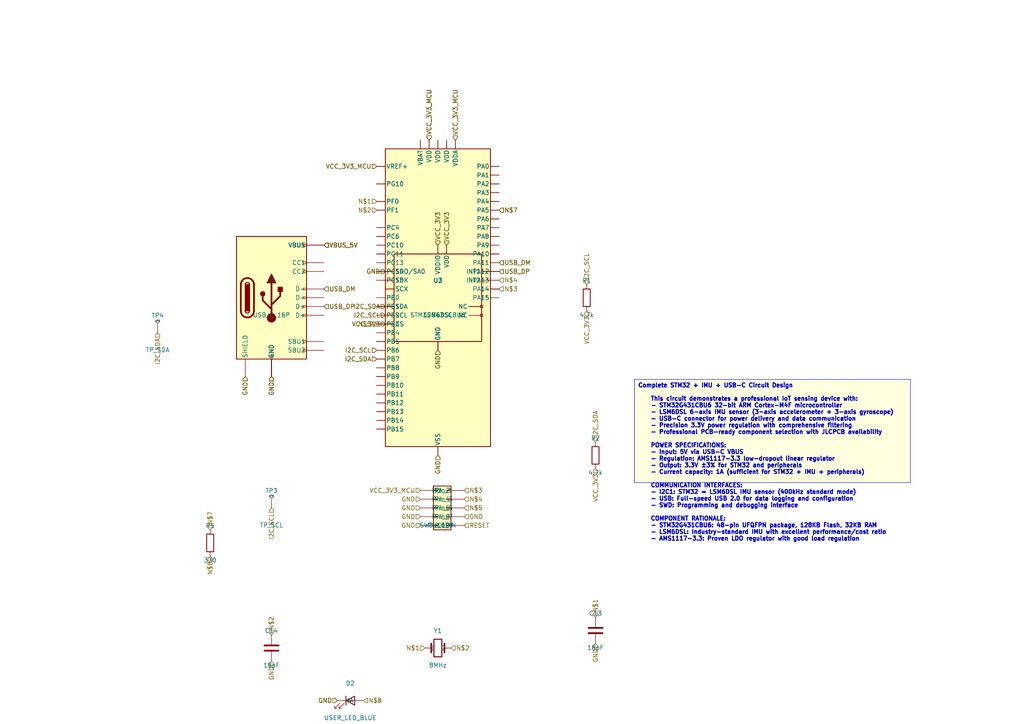
<source format=kicad_sch>
(kicad_sch (version 20250114) (generator "kicad_api") (generator_version 9.0)
  (paper A0)
  (paper A4)
  (lib_symbols
    (symbol "Connector:TestPoint" (pin_numbers hide) (pin_names (offset 0.254))
      (property "Reference" "TP" (at 0.0 0.0 0))
      (property "Value" "TestPoint" (at 0.0 0.0 0))
      (symbol "TestPoint_0_1"
        (circle (center 0.0 3.302) (radius 0.4572) (stroke (width 0.0)))
      )
      (symbol "TestPoint_1_1"
        (pin passive line (at 0.0 0.0 90) (length 2.54) (name "1") (number "1"))
      )
    )
    (symbol "Connector:USB_C_Receptacle_USB2.0_16P" (pin_numbers hide) (pin_names (offset 0.254))
      (property "Reference" "J" (at 0.0 0.0 0))
      (property "Value" "USB_C_Receptacle_USB2.0_16P" (at 0.0 0.0 0))
      (symbol "USB_C_Receptacle_USB2.0_16P_0_1"
        (rectangle (start -0.254 -17.78) (end 0.254 -16.764) (stroke (width 0.0)))
        (rectangle (start 10.16 15.494) (end 9.144 14.986) (stroke (width 0.0)))
        (rectangle (start 10.16 10.414) (end 9.144 9.906) (stroke (width 0.0)))
        (rectangle (start 10.16 7.874) (end 9.144 7.366) (stroke (width 0.0)))
        (rectangle (start 10.16 2.794) (end 9.144 2.286) (stroke (width 0.0)))
        (rectangle (start 10.16 0.254) (end 9.144 -0.254) (stroke (width 0.0)))
        (rectangle (start 10.16 -2.286) (end 9.144 -2.794) (stroke (width 0.0)))
        (rectangle (start 10.16 -4.826) (end 9.144 -5.334) (stroke (width 0.0)))
        (rectangle (start 10.16 -12.446) (end 9.144 -12.954) (stroke (width 0.0)))
        (rectangle (start 10.16 -14.986) (end 9.144 -15.494) (stroke (width 0.0)))
        (rectangle (start -10.16 17.78) (end 10.16 -17.78) (stroke (width 0.254)) (fill (type background)))
        (polyline (pts (xy -8.89 -3.81) (xy -8.89 3.81)) (stroke (width 0.508)))
        (rectangle (start -7.62 -3.81) (end -6.35 3.81) (stroke (width 0.254)) (fill (type outline)))
        (arc (start -7.62 3.81) (mid -6.985 4.4423) (end -6.35 3.81) (stroke (width 0.254)))
        (arc (start -7.62 3.81) (mid -6.985 4.4423) (end -6.35 3.81) (stroke (width 0.254)))
        (arc (start -8.89 3.81) (mid -6.985 5.7067) (end -5.08 3.81) (stroke (width 0.508)))
        (arc (start -5.08 -3.81) (mid -6.985 -5.7067) (end -8.89 -3.81) (stroke (width 0.508)))
        (arc (start -6.35 -3.81) (mid -6.985 -4.4423) (end -7.62 -3.81) (stroke (width 0.254)))
        (arc (start -6.35 -3.81) (mid -6.985 -4.4423) (end -7.62 -3.81) (stroke (width 0.254)))
        (polyline (pts (xy -5.08 3.81) (xy -5.08 -3.81)) (stroke (width 0.508)))
        (circle (center -2.54 1.143) (radius 0.635) (stroke (width 0.254)) (fill (type outline)))
        (polyline (pts (xy -1.27 4.318) (xy 0.0 6.858) (xy 1.27 4.318) (xy -1.27 4.318)) (stroke (width 0.254)) (fill (type outline)))
        (polyline (pts (xy 0.0 -2.032) (xy 2.54 0.508) (xy 2.54 1.778)) (stroke (width 0.508)))
        (polyline (pts (xy 0.0 -3.302) (xy -2.54 -0.762) (xy -2.54 0.508)) (stroke (width 0.508)))
        (polyline (pts (xy 0.0 -5.842) (xy 0.0 4.318)) (stroke (width 0.508)))
        (circle (center 0.0 -5.842) (radius 1.27) (stroke (width 0.0)) (fill (type outline)))
        (rectangle (start 1.905 1.778) (end 3.175 3.048) (stroke (width 0.254)) (fill (type outline)))
      )
      (symbol "USB_C_Receptacle_USB2.0_16P_1_1"
        (pin passive line (at -7.62 -22.86 90) (length 5.08) (name SHIELD) (number S1))
        (pin passive line (at 0.0 -22.86 90) (length 5.08) (name GND) (number A1))
        (pin passive line (at 0.0 -22.86 90) (length 5.08) (name GND) (number A12))
        (pin passive line (at 0.0 -22.86 90) (length 5.08) (name GND) (number B1))
        (pin passive line (at 0.0 -22.86 90) (length 5.08) (name GND) (number B12))
        (pin passive line (at 15.24 15.24 180) (length 5.08) (name VBUS) (number A4))
        (pin passive line (at 15.24 15.24 180) (length 5.08) (name VBUS) (number A9))
        (pin passive line (at 15.24 15.24 180) (length 5.08) (name VBUS) (number B4))
        (pin passive line (at 15.24 15.24 180) (length 5.08) (name VBUS) (number B9))
        (pin bidirectional line (at 15.24 10.16 180) (length 5.08) (name CC1) (number A5))
        (pin bidirectional line (at 15.24 7.62 180) (length 5.08) (name CC2) (number B5))
        (pin bidirectional line (at 15.24 2.54 180) (length 5.08) (name D-) (number A7))
        (pin bidirectional line (at 15.24 0.0 180) (length 5.08) (name D-) (number B7))
        (pin bidirectional line (at 15.24 -2.54 180) (length 5.08) (name D+) (number A6))
        (pin bidirectional line (at 15.24 -5.08 180) (length 5.08) (name D+) (number B6))
        (pin bidirectional line (at 15.24 -12.7 180) (length 5.08) (name SBU1) (number A8))
        (pin bidirectional line (at 15.24 -15.24 180) (length 5.08) (name SBU2) (number B8))
      )
    )
    (symbol "Connector_Generic:Conn_02x05_Odd_Even" (pin_numbers hide) (pin_names (offset 0.254))
      (property "Reference" "J" (at 0.0 0.0 0))
      (property "Value" "Conn_02x05_Odd_Even" (at 0.0 0.0 0))
      (symbol "Conn_02x05_Odd_Even_0_1"
        (rectangle (start -1.27 6.35) (end 3.81 -6.35) (stroke (width 0.254)) (fill (type background)))
        (rectangle (start -1.27 5.207) (end 0.0 4.953) (stroke (width 0.1524)))
        (rectangle (start -1.27 2.667) (end 0.0 2.413) (stroke (width 0.1524)))
        (rectangle (start -1.27 0.127) (end 0.0 -0.127) (stroke (width 0.1524)))
        (rectangle (start -1.27 -2.413) (end 0.0 -2.667) (stroke (width 0.1524)))
        (rectangle (start -1.27 -4.953) (end 0.0 -5.207) (stroke (width 0.1524)))
        (rectangle (start 3.81 5.207) (end 2.54 4.953) (stroke (width 0.1524)))
        (rectangle (start 3.81 2.667) (end 2.54 2.413) (stroke (width 0.1524)))
        (rectangle (start 3.81 0.127) (end 2.54 -0.127) (stroke (width 0.1524)))
        (rectangle (start 3.81 -2.413) (end 2.54 -2.667) (stroke (width 0.1524)))
        (rectangle (start 3.81 -4.953) (end 2.54 -5.207) (stroke (width 0.1524)))
      )
      (symbol "Conn_02x05_Odd_Even_1_1"
        (pin passive line (at -5.08 5.08 0) (length 3.81) (name Pin_1) (number "1"))
        (pin passive line (at -5.08 2.54 0) (length 3.81) (name Pin_3) (number "3"))
        (pin passive line (at -5.08 0.0 0) (length 3.81) (name Pin_5) (number "5"))
        (pin passive line (at -5.08 -2.54 0) (length 3.81) (name Pin_7) (number "7"))
        (pin passive line (at -5.08 -5.08 0) (length 3.81) (name Pin_9) (number "9"))
        (pin passive line (at 7.62 5.08 180) (length 3.81) (name Pin_2) (number "2"))
        (pin passive line (at 7.62 2.54 180) (length 3.81) (name Pin_4) (number "4"))
        (pin passive line (at 7.62 0.0 180) (length 3.81) (name Pin_6) (number "6"))
        (pin passive line (at 7.62 -2.54 180) (length 3.81) (name Pin_8) (number "8"))
        (pin passive line (at 7.62 -5.08 180) (length 3.81) (name Pin_10) (number "10"))
      )
    )
    (symbol "Device:C" (pin_numbers hide) (pin_names (offset 0.254))
      (property "Reference" "C" (at 0.0 0.0 0))
      (property "Value" "C" (at 0.0 0.0 0))
      (symbol "C_0_1"
        (polyline (pts (xy -2.032 0.762) (xy 2.032 0.762)) (stroke (width 0.508)))
        (polyline (pts (xy -2.032 -0.762) (xy 2.032 -0.762)) (stroke (width 0.508)))
      )
      (symbol "C_1_1"
        (pin passive line (at 0.0 3.81 270) (length 2.794) (name ~) (number "1"))
        (pin passive line (at 0.0 -3.81 90) (length 2.794) (name ~) (number "2"))
      )
    )
    (symbol "Device:Crystal" (pin_numbers hide) (pin_names (offset 0.254))
      (property "Reference" "Y" (at 0.0 0.0 0))
      (property "Value" "Crystal" (at 0.0 0.0 0))
      (symbol "Crystal_0_1"
        (polyline (pts (xy -2.54 0.0) (xy -1.905 0.0)) (stroke (width 0.0)))
        (polyline (pts (xy -1.905 -1.27) (xy -1.905 1.27)) (stroke (width 0.508)))
        (rectangle (start -1.143 2.54) (end 1.143 -2.54) (stroke (width 0.3048)))
        (polyline (pts (xy 1.905 -1.27) (xy 1.905 1.27)) (stroke (width 0.508)))
        (polyline (pts (xy 2.54 0.0) (xy 1.905 0.0)) (stroke (width 0.0)))
      )
      (symbol "Crystal_1_1"
        (pin passive line (at -3.81 0.0 0) (length 1.27) (name "1") (number "1"))
        (pin passive line (at 3.81 0.0 180) (length 1.27) (name "2") (number "2"))
      )
    )
    (symbol "Device:L" (pin_numbers hide) (pin_names (offset 0.254))
      (property "Reference" "L" (at 0.0 0.0 0))
      (property "Value" "L" (at 0.0 0.0 0))
      (symbol "L_0_1"
        (arc (start 0.0 2.54) (mid 0.6323 1.905) (end 0.0 1.27) (stroke (width 0.0)))
        (arc (start 0.0 1.27) (mid 0.6323 0.635) (end 0.0 0.0) (stroke (width 0.0)))
        (arc (start 0.0 0.0) (mid 0.6323 -0.635) (end 0.0 -1.27) (stroke (width 0.0)))
        (arc (start 0.0 -1.27) (mid 0.6323 -1.905) (end 0.0 -2.54) (stroke (width 0.0)))
      )
      (symbol "L_1_1"
        (pin passive line (at 0.0 3.81 270) (length 1.27) (name "1") (number "1"))
        (pin passive line (at 0.0 -3.81 90) (length 1.27) (name "2") (number "2"))
      )
    )
    (symbol "Device:LED" (pin_numbers hide) (pin_names (offset 0.254))
      (property "Reference" "D" (at 0.0 0.0 0))
      (property "Value" "LED" (at 0.0 0.0 0))
      (property "Sim.Pins" "1=K 2=A" (at 0.0 0.0 0))
      (symbol "LED_0_1"
        (polyline (pts (xy -3.048 -0.762) (xy -4.572 -2.286) (xy -3.81 -2.286) (xy -4.572 -2.286) (xy -4.572 -1.524)) (stroke (width 0.0)))
        (polyline (pts (xy -1.778 -0.762) (xy -3.302 -2.286) (xy -2.54 -2.286) (xy -3.302 -2.286) (xy -3.302 -1.524)) (stroke (width 0.0)))
        (polyline (pts (xy -1.27 0.0) (xy 1.27 0.0)) (stroke (width 0.0)))
        (polyline (pts (xy -1.27 -1.27) (xy -1.27 1.27)) (stroke (width 0.254)))
        (polyline (pts (xy 1.27 -1.27) (xy 1.27 1.27) (xy -1.27 0.0) (xy 1.27 -1.27)) (stroke (width 0.254)))
      )
      (symbol "LED_1_1"
        (pin passive line (at -3.81 0.0 0) (length 2.54) (name K) (number "1"))
        (pin passive line (at 3.81 0.0 180) (length 2.54) (name A) (number "2"))
      )
    )
    (symbol "Device:R" (pin_numbers hide) (pin_names (offset 0.254))
      (property "Reference" "R" (at 0.0 0.0 0))
      (property "Value" "R" (at 0.0 0.0 0))
      (symbol "R_0_1"
        (rectangle (start -1.016 -2.54) (end 1.016 2.54) (stroke (width 0.254)))
      )
      (symbol "R_1_1"
        (pin passive line (at 0.0 3.81 270) (length 1.27) (name ~) (number "1"))
        (pin passive line (at 0.0 -3.81 90) (length 1.27) (name ~) (number "2"))
      )
    )
    (symbol "MCU_ST_STM32G4:STM32G431CBUx" (pin_numbers hide) (pin_names (offset 0.254))
      (property "Reference" "U" (at 0.0 0.0 0))
      (property "Value" "STM32G431CBUx" (at 0.0 0.0 0))
      (symbol "STM32G431CBUx_0_1"
        (rectangle (start -15.24 -43.18) (end 15.24 43.18) (stroke (width 0.254)) (fill (type background)))
      )
      (symbol "STM32G431CBUx_1_1"
        (pin input line (at -17.78 38.1 0) (length 2.54) (name VREF+) (number "20"))
        (pin bidirectional line (at -17.78 33.02 0) (length 2.54) (name PG10) (number "7"))
        (pin bidirectional line (at -17.78 27.94 0) (length 2.54) (name PF0) (number "5"))
        (pin bidirectional line (at -17.78 25.4 0) (length 2.54) (name PF1) (number "6"))
        (pin bidirectional line (at -17.78 20.32 0) (length 2.54) (name PC4) (number "16"))
        (pin bidirectional line (at -17.78 17.78 0) (length 2.54) (name PC6) (number "29"))
        (pin bidirectional line (at -17.78 15.24 0) (length 2.54) (name PC10) (number "39"))
        (pin bidirectional line (at -17.78 12.7 0) (length 2.54) (name PC11) (number "40"))
        (pin bidirectional line (at -17.78 10.16 0) (length 2.54) (name PC13) (number "2"))
        (pin bidirectional line (at -17.78 7.62 0) (length 2.54) (name PC14) (number "3"))
        (pin bidirectional line (at -17.78 5.08 0) (length 2.54) (name PC15) (number "4"))
        (pin bidirectional line (at -17.78 0.0 0) (length 2.54) (name PB0) (number "17"))
        (pin bidirectional line (at -17.78 -2.54 0) (length 2.54) (name PB1) (number "18"))
        (pin bidirectional line (at -17.78 -5.08 0) (length 2.54) (name PB2) (number "19"))
        (pin bidirectional line (at -17.78 -7.62 0) (length 2.54) (name PB3) (number "41"))
        (pin bidirectional line (at -17.78 -10.16 0) (length 2.54) (name PB4) (number "42"))
        (pin bidirectional line (at -17.78 -12.7 0) (length 2.54) (name PB5) (number "43"))
        (pin bidirectional line (at -17.78 -15.24 0) (length 2.54) (name PB6) (number "44"))
        (pin bidirectional line (at -17.78 -17.78 0) (length 2.54) (name PB7) (number "45"))
        (pin bidirectional line (at -17.78 -20.32 0) (length 2.54) (name PB8) (number "46"))
        (pin bidirectional line (at -17.78 -22.86 0) (length 2.54) (name PB9) (number "47"))
        (pin bidirectional line (at -17.78 -25.4 0) (length 2.54) (name PB10) (number "22"))
        (pin bidirectional line (at -17.78 -27.94 0) (length 2.54) (name PB11) (number "24"))
        (pin bidirectional line (at -17.78 -30.48 0) (length 2.54) (name PB12) (number "25"))
        (pin bidirectional line (at -17.78 -33.02 0) (length 2.54) (name PB13) (number "26"))
        (pin bidirectional line (at -17.78 -35.56 0) (length 2.54) (name PB14) (number "27"))
        (pin bidirectional line (at -17.78 -38.1 0) (length 2.54) (name PB15) (number "28"))
        (pin power_in line (at -5.08 45.72 270) (length 2.54) (name VBAT) (number "1"))
        (pin power_in line (at -2.54 45.72 270) (length 2.54) (name VDD) (number "23"))
        (pin power_in line (at 0.0 45.72 270) (length 2.54) (name VDD) (number "35"))
        (pin power_in line (at 0.0 -45.72 90) (length 2.54) (name VSS) (number "49"))
        (pin power_in line (at 2.54 45.72 270) (length 2.54) (name VDD) (number "48"))
        (pin power_in line (at 5.08 45.72 270) (length 2.54) (name VDDA) (number "21"))
        (pin bidirectional line (at 17.78 38.1 180) (length 2.54) (name PA0) (number "8"))
        (pin bidirectional line (at 17.78 35.56 180) (length 2.54) (name PA1) (number "9"))
        (pin bidirectional line (at 17.78 33.02 180) (length 2.54) (name PA2) (number "10"))
        (pin bidirectional line (at 17.78 30.48 180) (length 2.54) (name PA3) (number "11"))
        (pin bidirectional line (at 17.78 27.94 180) (length 2.54) (name PA4) (number "12"))
        (pin bidirectional line (at 17.78 25.4 180) (length 2.54) (name PA5) (number "13"))
        (pin bidirectional line (at 17.78 22.86 180) (length 2.54) (name PA6) (number "14"))
        (pin bidirectional line (at 17.78 20.32 180) (length 2.54) (name PA7) (number "15"))
        (pin bidirectional line (at 17.78 17.78 180) (length 2.54) (name PA8) (number "30"))
        (pin bidirectional line (at 17.78 15.24 180) (length 2.54) (name PA9) (number "31"))
        (pin bidirectional line (at 17.78 12.7 180) (length 2.54) (name PA10) (number "32"))
        (pin bidirectional line (at 17.78 10.16 180) (length 2.54) (name PA11) (number "33"))
        (pin bidirectional line (at 17.78 7.62 180) (length 2.54) (name PA12) (number "34"))
        (pin bidirectional line (at 17.78 5.08 180) (length 2.54) (name PA13) (number "36"))
        (pin bidirectional line (at 17.78 2.54 180) (length 2.54) (name PA14) (number "37"))
        (pin bidirectional line (at 17.78 0.0 180) (length 2.54) (name PA15) (number "38"))
      )
    )
    (symbol "Regulator_Linear:AMS1117-3.3" (pin_numbers hide) (pin_names (offset 0.254))
      (property "Reference" "U" (at 0.0 0.0 0))
      (property "Value" "AMS1117-3.3" (at 0.0 0.0 0))
      (symbol "AMS1117-3.3_0_1"
        (rectangle (start -5.08 -5.08) (end 5.08 1.905) (stroke (width 0.254)) (fill (type background)))
      )
      (symbol "AMS1117-3.3_1_1"
        (pin power_in line (at -7.62 0.0 0) (length 2.54) (name VI) (number "3"))
        (pin power_in line (at 0.0 -7.62 90) (length 2.54) (name GND) (number "1"))
        (pin power_out line (at 7.62 0.0 180) (length 2.54) (name VO) (number "2"))
      )
    )
    (symbol "Sensor_Motion:LSM6DSL" (pin_numbers hide) (pin_names (offset 0.254))
      (property "Reference" "U" (at 0.0 0.0 0))
      (property "Value" "LSM6DSL" (at 0.0 0.0 0))
      (symbol "LSM6DSL_0_1"
        (rectangle (start -12.7 12.7) (end 12.7 -12.7) (stroke (width 0.254)) (fill (type background)))
      )
      (symbol "LSM6DSL_1_1"
        (pin bidirectional line (at -15.24 7.62 0) (length 2.54) (name "SDO/SA0") (number "1"))
        (pin bidirectional line (at -15.24 5.08 0) (length 2.54) (name SDX) (number "2"))
        (pin input line (at -15.24 2.54 0) (length 2.54) (name SCX) (number "3"))
        (pin bidirectional line (at -15.24 -2.54 0) (length 2.54) (name SDA) (number "14"))
        (pin input line (at -15.24 -5.08 0) (length 2.54) (name SCL) (number "13"))
        (pin input line (at -15.24 -7.62 0) (length 2.54) (name CS) (number "12"))
        (pin power_in line (at 0.0 15.24 270) (length 2.54) (name VDDIO) (number "5"))
        (pin power_in line (at 0.0 -15.24 90) (length 2.54) (name GND) (number "6"))
        (pin passive line (at 0.0 -15.24 90) (length 2.54) (name GND) (number "7"))
        (pin power_in line (at 2.54 15.24 270) (length 2.54) (name VDD) (number "8"))
        (pin no_connect line (at 12.7 -2.54 180) (length 3.81) (name NC) (number "11"))
        (pin no_connect line (at 12.7 -5.08 180) (length 3.81) (name NC) (number "10"))
        (pin output line (at 15.24 7.62 180) (length 2.54) (name INT1) (number "4"))
        (pin output line (at 15.24 5.08 180) (length 2.54) (name INT2) (number "9"))
      )
    )
    (symbol "Switch:SW_Push" (pin_numbers hide) (pin_names (offset 0.254))
      (property "Reference" "SW" (at 0.0 0.0 0))
      (property "Value" "SW_Push" (at 0.0 0.0 0))
      (symbol "SW_Push_0_1"
        (circle (center -2.032 0.0) (radius 0.508) (stroke (width 0.0)))
        (polyline (pts (xy 0.0 1.27) (xy 0.0 3.048)) (stroke (width 0.0)))
        (circle (center 2.032 0.0) (radius 0.508) (stroke (width 0.0)))
        (polyline (pts (xy 2.54 1.27) (xy -2.54 1.27)) (stroke (width 0.0)))
      )
      (symbol "SW_Push_1_1"
        (pin passive line (at -5.08 0.0 0) (length 2.54) (name "1") (number "1"))
        (pin passive line (at 5.08 0.0 180) (length 2.54) (name "2") (number "2"))
      )
    )
  )
  (title_block (title STM32_IMU_USBC_Demo) (date 2025-07-29) (company Circuit-Synth))
  (symbol (lib_id Connector:USB_C_Receptacle_USB2.0_16P) (at 78.74 86.36 0)
    (property "Reference" "J1" (at 78.74 81.36 0))
    (property "Value" "USB_C_16P" (at 78.74 91.36 0))
    (property "Footprint" "Connector_USB:USB_C_Receptacle_HRO_TYPE-C-31-M-12" (effects (hide yes)))
    (instances (project "circuit" (path "" (reference J1) (unit 1))) (project "STM32_IMU_USBC_Demo" (path "" (reference J1) (unit 1))))
  )
  (symbol (lib_id Regulator_Linear:AMS1117-3.3) (at 157.48 1325.88 0)
    (property "Reference" "U1" (at 157.48 1320.88 0))
    (property "Value" "AMS1117-3.3" (at 157.48 1330.88 0))
    (property "Footprint" "Package_TO_SOT_SMD:SOT-223-3_TabPin2" (effects (hide yes)))
    (instances (project "circuit" (path "" (reference U1) (unit 1))) (project "STM32_IMU_USBC_Demo" (path "" (reference U1) (unit 1))))
  )
  (symbol (lib_id Device:C) (at 66.04 345.44 0)
    (property "Reference" "C1" (at 66.04 340.44 0))
    (property "Value" "47uF" (at 66.04 350.44 0))
    (property "Footprint" "Capacitor_Tantalum_SMD:CP_EIA-3528-21_Kemet-B" (effects (hide yes)))
    (instances (project "circuit" (path "" (reference C1) (unit 1))) (project "STM32_IMU_USBC_Demo" (path "" (reference C1) (unit 1))))
  )
  (symbol (lib_id Device:C) (at 170.18 838.2 0)
    (property "Reference" "C2" (at 170.18 833.2 0))
    (property "Value" "100nF" (at 170.18 843.2 0))
    (property "Footprint" "Capacitor_SMD:C_0603_1608Metric" (effects (hide yes)))
    (instances (project "circuit" (path "" (reference C2) (unit 1))) (project "STM32_IMU_USBC_Demo" (path "" (reference C2) (unit 1))))
  )
  (symbol (lib_id Device:C) (at 127.0 939.8000000000001 0)
    (property "Reference" "C3" (at 127.0 934.8000000000001 0))
    (property "Value" "47uF" (at 127.0 944.8000000000001 0))
    (property "Footprint" "Capacitor_Tantalum_SMD:CP_EIA-3528-21_Kemet-B" (effects (hide yes)))
    (instances (project "circuit" (path "" (reference C3) (unit 1))) (project "STM32_IMU_USBC_Demo" (path "" (reference C3) (unit 1))))
  )
  (symbol (lib_id Device:C) (at 86.36 1041.4 0)
    (property "Reference" "C4" (at 86.36 1036.4 0))
    (property "Value" "100nF" (at 86.36 1046.4 0))
    (property "Footprint" "Capacitor_SMD:C_0603_1608Metric" (effects (hide yes)))
    (instances (project "circuit" (path "" (reference C4) (unit 1))) (project "STM32_IMU_USBC_Demo" (path "" (reference C4) (unit 1))))
  )
  (symbol (lib_id Device:L) (at 86.36 1325.88 0)
    (property "Reference" "L1" (at 86.36 1320.88 0))
    (property "Value" "1uH" (at 86.36 1330.88 0))
    (property "Footprint" "Inductor_SMD:L_0603_1608Metric" (effects (hide yes)))
    (instances (project "circuit" (path "" (reference L1) (unit 1))) (project "STM32_IMU_USBC_Demo" (path "" (reference L1) (unit 1))))
  )
  (symbol (lib_id Device:C) (at 45.72 1143.0 0)
    (property "Reference" "C5" (at 45.72 1138.0 0))
    (property "Value" "10uF" (at 45.72 1148.0 0))
    (property "Footprint" "Capacitor_SMD:C_0805_2012Metric" (effects (hide yes)))
    (instances (project "circuit" (path "" (reference C5) (unit 1))) (project "STM32_IMU_USBC_Demo" (path "" (reference C5) (unit 1))))
  )
  (symbol (lib_id MCU_ST_STM32G4:STM32G431CBUx) (at 127.0 86.36 0)
    (property "Reference" "U2" (at 127.0 81.36 0))
    (property "Value" "STM32G431CBU6" (at 127.0 91.36 0))
    (property "Footprint" "Package_DFN_QFN:QFN-48-1EP_7x7mm_P0.5mm_EP5.6x5.6mm" (effects (hide yes)))
    (instances (project "circuit" (path "" (reference U2) (unit 1))) (project "STM32_IMU_USBC_Demo" (path "" (reference U2) (unit 1))))
  )
  (symbol (lib_id Device:C) (at 157.48 1234.44 0)
    (property "Reference" "C6" (at 157.48 1229.44 0))
    (property "Value" "100nF" (at 157.48 1239.44 0))
    (property "Footprint" "Capacitor_SMD:C_0402_1005Metric" (effects (hide yes)))
    (instances (project "circuit" (path "" (reference C6) (unit 1))) (project "STM32_IMU_USBC_Demo" (path "" (reference C6) (unit 1))))
  )
  (symbol (lib_id Device:C) (at 25.4 1325.88 0)
    (property "Reference" "C7" (at 25.4 1320.88 0))
    (property "Value" "100nF" (at 25.4 1330.88 0))
    (property "Footprint" "Capacitor_SMD:C_0402_1005Metric" (effects (hide yes)))
    (instances (project "circuit" (path "" (reference C7) (unit 1))) (project "STM32_IMU_USBC_Demo" (path "" (reference C7) (unit 1))))
  )
  (symbol (lib_id Device:C) (at 45.72 1325.88 0)
    (property "Reference" "C8" (at 45.72 1320.88 0))
    (property "Value" "100nF" (at 45.72 1330.88 0))
    (property "Footprint" "Capacitor_SMD:C_0402_1005Metric" (effects (hide yes)))
    (instances (project "circuit" (path "" (reference C8) (unit 1))) (project "STM32_IMU_USBC_Demo" (path "" (reference C8) (unit 1))))
  )
  (symbol (lib_id Device:C) (at 66.04 1325.88 0)
    (property "Reference" "C9" (at 66.04 1320.88 0))
    (property "Value" "100nF" (at 66.04 1330.88 0))
    (property "Footprint" "Capacitor_SMD:C_0402_1005Metric" (effects (hide yes)))
    (instances (project "circuit" (path "" (reference C9) (unit 1))) (project "STM32_IMU_USBC_Demo" (path "" (reference C9) (unit 1))))
  )
  (symbol (lib_id Device:C) (at 25.4 447.04 0)
    (property "Reference" "C10" (at 25.4 442.04 0))
    (property "Value" "100nF" (at 25.4 452.04 0))
    (property "Footprint" "Capacitor_SMD:C_0402_1005Metric" (effects (hide yes)))
    (instances (project "circuit" (path "" (reference C10) (unit 1))) (project "STM32_IMU_USBC_Demo" (path "" (reference C10) (unit 1))))
  )
  (symbol (lib_id Device:C) (at 137.16 538.48 0)
    (property "Reference" "C11" (at 137.16 533.48 0))
    (property "Value" "100nF" (at 137.16 543.48 0))
    (property "Footprint" "Capacitor_SMD:C_0402_1005Metric" (effects (hide yes)))
    (instances (project "circuit" (path "" (reference C11) (unit 1))) (project "STM32_IMU_USBC_Demo" (path "" (reference C11) (unit 1))))
  )
  (symbol (lib_id Device:C) (at 96.52 645.16 0)
    (property "Reference" "C12" (at 96.52 640.16 0))
    (property "Value" "10uF" (at 96.52 650.16 0))
    (property "Footprint" "Capacitor_SMD:C_0805_2012Metric" (effects (hide yes)))
    (instances (project "circuit" (path "" (reference C12) (unit 1))) (project "STM32_IMU_USBC_Demo" (path "" (reference C12) (unit 1))))
  )
  (symbol (lib_id Device:Crystal) (at 127.0 187.96 0)
    (property "Reference" "Y1" (at 127.0 182.96 0))
    (property "Value" "8MHz" (at 127.0 192.96 0))
    (property "Footprint" "Crystal:Crystal_SMD_3225-4Pin_3.2x2.5mm" (effects (hide yes)))
    (instances (project "circuit" (path "" (reference Y1) (unit 1))) (project "STM32_IMU_USBC_Demo" (path "" (reference Y1) (unit 1))))
  )
  (symbol (lib_id Device:C) (at 172.72 182.88 0)
    (property "Reference" "C13" (at 172.72 177.88 0))
    (property "Value" "18pF" (at 172.72 187.88 0))
    (property "Footprint" "Capacitor_SMD:C_0402_1005Metric" (effects (hide yes)))
    (instances (project "circuit" (path "" (reference C13) (unit 1))) (project "STM32_IMU_USBC_Demo" (path "" (reference C13) (unit 1))))
  )
  (symbol (lib_id Device:C) (at 78.74 187.96 0)
    (property "Reference" "C14" (at 78.74 182.96 0))
    (property "Value" "18pF" (at 78.74 192.96 0))
    (property "Footprint" "Capacitor_SMD:C_0402_1005Metric" (effects (hide yes)))
    (instances (project "circuit" (path "" (reference C14) (unit 1))) (project "STM32_IMU_USBC_Demo" (path "" (reference C14) (unit 1))))
  )
  (symbol (lib_id Sensor_Motion:LSM6DSL) (at 127.0 86.36 0)
    (property "Reference" "U3" (at 127.0 81.36 0))
    (property "Value" "LSM6DSL" (at 127.0 91.36 0))
    (property "Footprint" "Package_LGA:LGA-14_3x2.5mm_P0.5mm_LayoutBorder3x4y" (effects (hide yes)))
    (instances (project "circuit" (path "" (reference U3) (unit 1))) (project "STM32_IMU_USBC_Demo" (path "" (reference U3) (unit 1))))
  )
  (symbol (lib_id Device:R) (at 170.18 86.36 0)
    (property "Reference" "R1" (at 170.18 81.36 0))
    (property "Value" "4.7k" (at 170.18 91.36 0))
    (property "Footprint" "Resistor_SMD:R_0402_1005Metric" (effects (hide yes)))
    (instances (project "circuit" (path "" (reference R1) (unit 1))) (project "STM32_IMU_USBC_Demo" (path "" (reference R1) (unit 1))))
  )
  (symbol (lib_id Device:R) (at 172.72 132.08 0)
    (property "Reference" "R2" (at 172.72 127.08000000000001 0))
    (property "Value" "4.7k" (at 172.72 137.08 0))
    (property "Footprint" "Resistor_SMD:R_0402_1005Metric" (effects (hide yes)))
    (instances (project "circuit" (path "" (reference R2) (unit 1))) (project "STM32_IMU_USBC_Demo" (path "" (reference R2) (unit 1))))
  )
  (symbol (lib_id Device:C) (at 58.42 746.76 0)
    (property "Reference" "C15" (at 58.42 741.76 0))
    (property "Value" "100nF" (at 58.42 751.76 0))
    (property "Footprint" "Capacitor_SMD:C_0402_1005Metric" (effects (hide yes)))
    (instances (project "circuit" (path "" (reference C15) (unit 1))) (project "STM32_IMU_USBC_Demo" (path "" (reference C15) (unit 1))))
  )
  (symbol (lib_id Switch:SW_Push) (at 162.56 223.52 0)
    (property "Reference" "SW1" (at 162.56 218.52 0))
    (property "Value" "RESET" (at 162.56 228.52 0))
    (property "Footprint" "Button_Switch_SMD:SW_SPST_CK_RS282G05A3" (effects (hide yes)))
    (instances (project "circuit" (path "" (reference SW1) (unit 1))) (project "STM32_IMU_USBC_Demo" (path "" (reference SW1) (unit 1))))
  )
  (symbol (lib_id Device:R) (at 127.0 228.6 0)
    (property "Reference" "R3" (at 127.0 223.6 0))
    (property "Value" "10k" (at 127.0 233.6 0))
    (property "Footprint" "Resistor_SMD:R_0402_1005Metric" (effects (hide yes)))
    (instances (project "circuit" (path "" (reference R3) (unit 1))) (project "STM32_IMU_USBC_Demo" (path "" (reference R3) (unit 1))))
  )
  (symbol (lib_id Connector_Generic:Conn_02x05_Odd_Even) (at 127.0 147.32 0)
    (property "Reference" "J2" (at 127.0 142.32 0))
    (property "Value" "SWD_10PIN" (at 127.0 152.32 0))
    (property "Footprint" "Connector_PinHeader_1.27mm:PinHeader_2x05_P1.27mm_Vertical_SMD" (effects (hide yes)))
    (instances (project "circuit" (path "" (reference J2) (unit 1))) (project "STM32_IMU_USBC_Demo" (path "" (reference J2) (unit 1))))
  )
  (symbol (lib_id Device:LED) (at 58.42 215.9 0)
    (property "Reference" "D1" (at 58.42 210.9 0))
    (property "Value" "PWR_LED_GREEN" (at 58.42 220.9 0))
    (property "Footprint" "LED_SMD:LED_0603_1608Metric" (effects (hide yes)))
    (instances (project "circuit" (path "" (reference D1) (unit 1))) (project "STM32_IMU_USBC_Demo" (path "" (reference D1) (unit 1))))
  )
  (symbol (lib_id Device:R) (at 78.74 238.76 0)
    (property "Reference" "R4" (at 78.74 233.76 0))
    (property "Value" "1k" (at 78.74 243.76 0))
    (property "Footprint" "Resistor_SMD:R_0402_1005Metric" (effects (hide yes)))
    (instances (project "circuit" (path "" (reference R4) (unit 1))) (project "STM32_IMU_USBC_Demo" (path "" (reference R4) (unit 1))))
  )
  (symbol (lib_id Device:LED) (at 101.6 203.2 0)
    (property "Reference" "D2" (at 101.6 198.2 0))
    (property "Value" "USER_LED_BLUE" (at 101.6 208.2 0))
    (property "Footprint" "LED_SMD:LED_0603_1608Metric" (effects (hide yes)))
    (instances (project "circuit" (path "" (reference D2) (unit 1))) (project "STM32_IMU_USBC_Demo" (path "" (reference D2) (unit 1))))
  )
  (symbol (lib_id Device:R) (at 60.96 157.48 0)
    (property "Reference" "R5" (at 60.96 152.48 0))
    (property "Value" "330" (at 60.96 162.48 0))
    (property "Footprint" "Resistor_SMD:R_0402_1005Metric" (effects (hide yes)))
    (instances (project "circuit" (path "" (reference R5) (unit 1))) (project "STM32_IMU_USBC_Demo" (path "" (reference R5) (unit 1))))
  )
  (symbol (lib_id Connector:TestPoint) (at 106.68 1325.88 0)
    (property "Reference" "TP1" (at 106.68 1320.88 0))
    (property "Value" "TP_3V3" (at 106.68 1330.88 0))
    (property "Footprint" "TestPoint:TestPoint_Pad_D1.0mm" (effects (hide yes)))
    (instances (project "circuit" (path "" (reference TP1) (unit 1))) (project "STM32_IMU_USBC_Demo" (path "" (reference TP1) (unit 1))))
  )
  (symbol (lib_id Connector:TestPoint) (at 127.0 1325.88 0)
    (property "Reference" "TP2" (at 127.0 1320.88 0))
    (property "Value" "TP_GND" (at 127.0 1330.88 0))
    (property "Footprint" "TestPoint:TestPoint_Pad_D1.0mm" (effects (hide yes)))
    (instances (project "circuit" (path "" (reference TP2) (unit 1))) (project "STM32_IMU_USBC_Demo" (path "" (reference TP2) (unit 1))))
  )
  (symbol (lib_id Connector:TestPoint) (at 78.74 147.32 0)
    (property "Reference" "TP3" (at 78.74 142.32 0))
    (property "Value" "TP_SCL" (at 78.74 152.32 0))
    (property "Footprint" "TestPoint:TestPoint_Pad_D1.0mm" (effects (hide yes)))
    (instances (project "circuit" (path "" (reference TP3) (unit 1))) (project "STM32_IMU_USBC_Demo" (path "" (reference TP3) (unit 1))))
  )
  (symbol (lib_id Connector:TestPoint) (at 45.72 96.52 0)
    (property "Reference" "TP4" (at 45.72 91.52 0))
    (property "Value" "TP_SDA" (at 45.72 101.52 0))
    (property "Footprint" "TestPoint:TestPoint_Pad_D1.0mm" (effects (hide yes)))
    (instances (project "circuit" (path "" (reference TP4) (unit 1))) (project "STM32_IMU_USBC_Demo" (path "" (reference TP4) (unit 1))))
  )
  (hierarchical_label GND (shape input) (at 71.11999999999999 109.22 270))
  (hierarchical_label GND (shape input) (at 78.74 109.22 270))
  (hierarchical_label GND (shape input) (at 78.74 109.22 270))
  (hierarchical_label GND (shape input) (at 78.74 109.22 270))
  (hierarchical_label GND (shape input) (at 78.74 109.22 270))
  (hierarchical_label GND (shape input) (at 71.11999999999999 109.22 270))
  (hierarchical_label GND (shape input) (at 157.48 1333.5 270))
  (hierarchical_label GND (shape input) (at 157.48 1333.5 270))
  (hierarchical_label GND (shape input) (at 66.04 349.25 270))
  (hierarchical_label GND (shape input) (at 170.18 842.01 270))
  (hierarchical_label GND (shape input) (at 127.0 943.61 270))
  (hierarchical_label GND (shape input) (at 86.36 1045.21 270))
  (hierarchical_label GND (shape input) (at 45.72 1146.81 270))
  (hierarchical_label GND (shape input) (at 127.0 132.07999999999998 270))
  (hierarchical_label GND (shape input) (at 127.0 132.07999999999998 270))
  (hierarchical_label GND (shape input) (at 157.48 1238.25 270))
  (hierarchical_label GND (shape input) (at 25.4 1329.69 270))
  (hierarchical_label GND (shape input) (at 45.72 1329.69 270))
  (hierarchical_label GND (shape input) (at 66.04 1329.69 270))
  (hierarchical_label GND (shape input) (at 25.4 450.85 270))
  (hierarchical_label GND (shape input) (at 137.16 542.29 270))
  (hierarchical_label GND (shape input) (at 96.52 648.9699999999999 270))
  (hierarchical_label GND (shape input) (at 172.72 186.69 270))
  (hierarchical_label GND (shape input) (at 78.74 191.77 270))
  (hierarchical_label GND (shape input) (at 111.76 78.74 180))
  (hierarchical_label GND (shape input) (at 127.0 101.6 270))
  (hierarchical_label GND (shape input) (at 127.0 101.6 270))
  (hierarchical_label GND (shape input) (at 111.76 78.74 180))
  (hierarchical_label GND (shape input) (at 58.42 750.5699999999999 270))
  (hierarchical_label GND (shape input) (at 167.64000000000001 223.52 0))
  (hierarchical_label GND (shape input) (at 121.92 144.78 180))
  (hierarchical_label GND (shape input) (at 121.92 147.32 180))
  (hierarchical_label GND (shape input) (at 121.92 149.85999999999999 180))
  (hierarchical_label GND (shape input) (at 121.92 152.4 180))
  (hierarchical_label GND (shape input) (at 134.62 149.85999999999999 0))
  (hierarchical_label GND (shape input) (at 78.74 242.57 270))
  (hierarchical_label GND (shape input) (at 97.78999999999999 203.2 180))
  (hierarchical_label GND (shape input) (at 97.78999999999999 203.2 180))
  (hierarchical_label GND (shape input) (at 127.0 1325.88 270))
  (hierarchical_label VBUS_5V (shape input) (at 93.97999999999999 71.12 0))
  (hierarchical_label VBUS_5V (shape input) (at 93.97999999999999 71.12 0))
  (hierarchical_label VBUS_5V (shape input) (at 93.97999999999999 71.12 0))
  (hierarchical_label VBUS_5V (shape input) (at 93.97999999999999 71.12 0))
  (hierarchical_label VBUS_5V (shape input) (at 149.85999999999999 1325.88 180))
  (hierarchical_label VBUS_5V (shape input) (at 149.85999999999999 1325.88 180))
  (hierarchical_label VBUS_5V (shape input) (at 66.04 341.63 90))
  (hierarchical_label VBUS_5V (shape input) (at 170.18 834.3900000000001 90))
  (hierarchical_label USB_DM (shape input) (at 93.97999999999999 83.82 0))
  (hierarchical_label USB_DM (shape input) (at 93.97999999999999 83.82 0))
  (hierarchical_label USB_DM (shape input) (at 144.78 76.2 0))
  (hierarchical_label USB_DM (shape input) (at 144.78 76.2 0))
  (hierarchical_label USB_DP (shape input) (at 93.97999999999999 88.9 0))
  (hierarchical_label USB_DP (shape input) (at 93.97999999999999 88.9 0))
  (hierarchical_label USB_DP (shape input) (at 144.78 78.74 0))
  (hierarchical_label USB_DP (shape input) (at 144.78 78.74 0))
  (hierarchical_label VCC_3V3 (shape input) (at 165.1 1325.88 0))
  (hierarchical_label VCC_3V3 (shape input) (at 165.1 1325.88 0))
  (hierarchical_label VCC_3V3 (shape input) (at 127.0 935.9900000000001 90))
  (hierarchical_label VCC_3V3 (shape input) (at 86.36 1037.5900000000001 90))
  (hierarchical_label VCC_3V3 (shape input) (at 86.36 1322.0700000000002 90))
  (hierarchical_label VCC_3V3 (shape input) (at 111.76 93.98 180))
  (hierarchical_label VCC_3V3 (shape input) (at 127.0 71.12 90))
  (hierarchical_label VCC_3V3 (shape input) (at 129.54 71.12 90))
  (hierarchical_label VCC_3V3 (shape input) (at 129.54 71.12 90))
  (hierarchical_label VCC_3V3 (shape input) (at 127.0 71.12 90))
  (hierarchical_label VCC_3V3 (shape input) (at 111.76 93.98 180))
  (hierarchical_label VCC_3V3 (shape input) (at 170.18 90.17 270))
  (hierarchical_label VCC_3V3 (shape input) (at 172.72 135.89000000000001 270))
  (hierarchical_label VCC_3V3 (shape input) (at 58.42 742.95 90))
  (hierarchical_label VCC_3V3 (shape input) (at 62.230000000000004 215.9 0))
  (hierarchical_label VCC_3V3 (shape input) (at 62.230000000000004 215.9 0))
  (hierarchical_label VCC_3V3 (shape input) (at 106.68 1325.88 270))
  (hierarchical_label VCC_3V3_MCU (shape input) (at 86.36 1329.69 270))
  (hierarchical_label VCC_3V3_MCU (shape input) (at 45.72 1139.19 90))
  (hierarchical_label VCC_3V3_MCU (shape input) (at 109.22 48.26 180))
  (hierarchical_label VCC_3V3_MCU (shape input) (at 124.46 40.64 90))
  (hierarchical_label VCC_3V3_MCU (shape input) (at 124.46 40.64 90))
  (hierarchical_label VCC_3V3_MCU (shape input) (at 124.46 40.64 90))
  (hierarchical_label VCC_3V3_MCU (shape input) (at 132.08 40.64 90))
  (hierarchical_label VCC_3V3_MCU (shape input) (at 132.08 40.64 90))
  (hierarchical_label VCC_3V3_MCU (shape input) (at 109.22 48.26 180))
  (hierarchical_label VCC_3V3_MCU (shape input) (at 157.48 1230.63 90))
  (hierarchical_label VCC_3V3_MCU (shape input) (at 25.4 1322.0700000000002 90))
  (hierarchical_label VCC_3V3_MCU (shape input) (at 45.72 1322.0700000000002 90))
  (hierarchical_label VCC_3V3_MCU (shape input) (at 66.04 1322.0700000000002 90))
  (hierarchical_label VCC_3V3_MCU (shape input) (at 25.4 443.23 90))
  (hierarchical_label VCC_3V3_MCU (shape input) (at 137.16 534.6700000000001 90))
  (hierarchical_label VCC_3V3_MCU (shape input) (at 96.52 641.35 90))
  (hierarchical_label VCC_3V3_MCU (shape input) (at 127.0 232.41 270))
  (hierarchical_label VCC_3V3_MCU (shape input) (at 121.92 142.23999999999998 180))
  (hierarchical_label N$1 (shape input) (at 109.22 58.42 180))
  (hierarchical_label N$1 (shape input) (at 123.19 187.96 180))
  (hierarchical_label N$1 (shape input) (at 172.72 179.07 90))
  (hierarchical_label N$2 (shape input) (at 109.22 60.96 180))
  (hierarchical_label N$2 (shape input) (at 130.81 187.96 0))
  (hierarchical_label N$2 (shape input) (at 78.74 184.15 90))
  (hierarchical_label N$5 (shape input) (at 109.22 93.98 180))
  (hierarchical_label N$5 (shape input) (at 134.62 147.32 0))
  (hierarchical_label I2C_SCL (shape input) (at 109.22 101.6 180))
  (hierarchical_label I2C_SCL (shape input) (at 109.22 101.6 180))
  (hierarchical_label I2C_SCL (shape input) (at 111.76 91.44 180))
  (hierarchical_label I2C_SCL (shape input) (at 111.76 91.44 180))
  (hierarchical_label I2C_SCL (shape input) (at 170.18 82.55 90))
  (hierarchical_label I2C_SCL (shape input) (at 78.74 147.32 270))
  (hierarchical_label I2C_SDA (shape input) (at 109.22 104.14 180))
  (hierarchical_label I2C_SDA (shape input) (at 109.22 104.14 180))
  (hierarchical_label I2C_SDA (shape input) (at 111.76 88.9 180))
  (hierarchical_label I2C_SDA (shape input) (at 111.76 88.9 180))
  (hierarchical_label I2C_SDA (shape input) (at 172.72 128.27 90))
  (hierarchical_label I2C_SDA (shape input) (at 45.72 96.52 270))
  (hierarchical_label N$7 (shape input) (at 144.78 60.96 0))
  (hierarchical_label N$7 (shape input) (at 144.78 60.96 0))
  (hierarchical_label N$7 (shape input) (at 60.96 153.67 90))
  (hierarchical_label N$4 (shape input) (at 144.78 81.28 0))
  (hierarchical_label N$4 (shape input) (at 134.62 144.78 0))
  (hierarchical_label N$3 (shape input) (at 144.78 83.82 0))
  (hierarchical_label N$3 (shape input) (at 134.62 142.23999999999998 0))
  (hierarchical_label RESET (shape input) (at 157.48 223.52 180))
  (hierarchical_label RESET (shape input) (at 127.0 224.79 90))
  (hierarchical_label RESET (shape input) (at 134.62 152.4 0))
  (hierarchical_label N$6 (shape input) (at 54.61 215.9 180))
  (hierarchical_label N$6 (shape input) (at 54.61 215.9 180))
  (hierarchical_label N$6 (shape input) (at 78.74 234.95 90))
  (hierarchical_label N$8 (shape input) (at 105.41 203.2 0))
  (hierarchical_label N$8 (shape input) (at 60.96 161.29 270))
  (text_box "Complete STM32 + IMU + USB-C Circuit Design\n    \n    This circuit demonstrates a professional IoT sensing device with:\n    - STM32G431CBU6 32-bit ARM Cortex-M4F microcontroller\n    - LSM6DSL 6-axis IMU sensor (3-axis accelerometer + 3-axis gyroscope)\n    - USB-C connector for power delivery and data communication\n    - Precision 3.3V power regulation with comprehensive filtering\n    - Professional PCB-ready component selection with JLCPCB availability\n    \n    POWER SPECIFICATIONS:\n    - Input: 5V via USB-C VBUS\n    - Regulation: AMS1117-3.3 low-dropout linear regulator\n    - Output: 3.3V ±3% for STM32 and peripherals\n    - Current capacity: 1A (sufficient for STM32 + IMU + peripherals)\n    \n    COMMUNICATION INTERFACES:\n    - I2C1: STM32 ↔ LSM6DSL IMU sensor (400kHz standard mode)\n    - USB: Full-speed USB 2.0 for data logging and configuration\n    - SWD: Programming and debugging interface\n    \n    COMPONENT RATIONALE:\n    - STM32G431CBU6: 48-pin UFQFPN package, 128KB Flash, 32KB RAM\n    - LSM6DSL: Industry-standard IMU with excellent performance/cost ratio\n    - AMS1117-3.3: Proven LDO regulator with good load regulation" (exclude_from_sim yes) (at 184.0 110.0 0) (size 80.0 30.0) (margins 1.0 1.0 1.0 1.0) (stroke (width 0.1)) (fill (type color) (color 255 255 224 1)) (effects (font (size 1.2 1.2) (thickness 0.254)) (justify left top)))
  (text_box "Complete STM32 + IMU + USB-C Circuit Design\n    \n    This circuit demonstrates a professional IoT sensing device with:\n    - STM32G431CBU6 32-bit ARM Cortex-M4F microcontroller\n    - LSM6DSL 6-axis IMU sensor (3-axis accelerometer + 3-axis gyroscope)\n    - USB-C connector for power delivery and data communication\n    - Precision 3.3V power regulation with comprehensive filtering\n    - Professional PCB-ready component selection with JLCPCB availability\n    \n    POWER SPECIFICATIONS:\n    - Input: 5V via USB-C VBUS\n    - Regulation: AMS1117-3.3 low-dropout linear regulator\n    - Output: 3.3V ±3% for STM32 and peripherals\n    - Current capacity: 1A (sufficient for STM32 + IMU + peripherals)\n    \n    COMMUNICATION INTERFACES:\n    - I2C1: STM32 ↔ LSM6DSL IMU sensor (400kHz standard mode)\n    - USB: Full-speed USB 2.0 for data logging and configuration\n    - SWD: Programming and debugging interface\n    \n    COMPONENT RATIONALE:\n    - STM32G431CBU6: 48-pin UFQFPN package, 128KB Flash, 32KB RAM\n    - LSM6DSL: Industry-standard IMU with excellent performance/cost ratio\n    - AMS1117-3.3: Proven LDO regulator with good load regulation" (exclude_from_sim yes) (at 184.0 110.0 0) (size 80.0 30.0) (margins 1.0 1.0 1.0 1.0) (stroke (width 0.1)) (fill (type color) (color 255 255 224 1)) (effects (font (size 1.2 1.2) (thickness 0.254)) (justify left top)))
)
</source>
